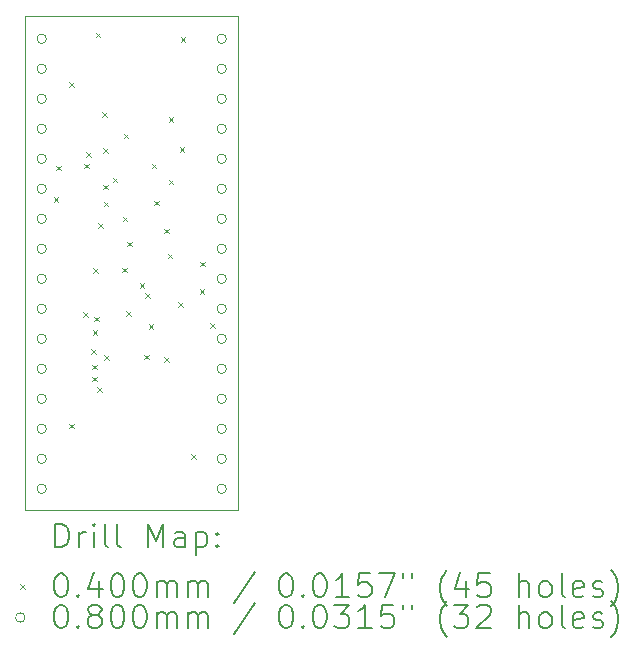
<source format=gbr>
%TF.GenerationSoftware,KiCad,Pcbnew,(6.0.11-0)*%
%TF.CreationDate,2023-06-06T19:27:01+02:00*%
%TF.ProjectId,soj36_to_dip,736f6a33-365f-4746-9f5f-6469702e6b69,rev?*%
%TF.SameCoordinates,Original*%
%TF.FileFunction,Drillmap*%
%TF.FilePolarity,Positive*%
%FSLAX45Y45*%
G04 Gerber Fmt 4.5, Leading zero omitted, Abs format (unit mm)*
G04 Created by KiCad (PCBNEW (6.0.11-0)) date 2023-06-06 19:27:01*
%MOMM*%
%LPD*%
G01*
G04 APERTURE LIST*
%ADD10C,0.050000*%
%ADD11C,0.200000*%
%ADD12C,0.040000*%
%ADD13C,0.080000*%
G04 APERTURE END LIST*
D10*
X14551660Y-10342880D02*
X14551660Y-6154420D01*
X16352520Y-10342880D02*
X14551660Y-10342880D01*
X16352520Y-6154420D02*
X16352520Y-10342880D01*
X14551660Y-6154420D02*
X16352520Y-6154420D01*
D11*
D12*
X14790740Y-7688900D02*
X14830740Y-7728900D01*
X14830740Y-7688900D02*
X14790740Y-7728900D01*
X14811060Y-7422200D02*
X14851060Y-7462200D01*
X14851060Y-7422200D02*
X14811060Y-7462200D01*
X14922820Y-9606600D02*
X14962820Y-9646600D01*
X14962820Y-9606600D02*
X14922820Y-9646600D01*
X14925360Y-6716080D02*
X14965360Y-6756080D01*
X14965360Y-6716080D02*
X14925360Y-6756080D01*
X15039888Y-8662753D02*
X15079888Y-8702753D01*
X15079888Y-8662753D02*
X15039888Y-8702753D01*
X15052097Y-7406062D02*
X15092097Y-7446062D01*
X15092097Y-7406062D02*
X15052097Y-7446062D01*
X15067352Y-7307231D02*
X15107352Y-7347231D01*
X15107352Y-7307231D02*
X15067352Y-7347231D01*
X15110780Y-8979220D02*
X15150780Y-9019220D01*
X15150780Y-8979220D02*
X15110780Y-9019220D01*
X15115198Y-9108752D02*
X15155198Y-9148752D01*
X15155198Y-9108752D02*
X15115198Y-9148752D01*
X15115198Y-9208753D02*
X15155198Y-9248753D01*
X15155198Y-9208753D02*
X15115198Y-9248753D01*
X15120614Y-8813794D02*
X15160614Y-8853794D01*
X15160614Y-8813794D02*
X15120614Y-8853794D01*
X15123480Y-8288340D02*
X15163480Y-8328340D01*
X15163480Y-8288340D02*
X15123480Y-8328340D01*
X15132245Y-8701098D02*
X15172245Y-8741098D01*
X15172245Y-8701098D02*
X15132245Y-8741098D01*
X15146340Y-6296980D02*
X15186340Y-6336980D01*
X15186340Y-6296980D02*
X15146340Y-6336980D01*
X15160199Y-9298881D02*
X15200199Y-9338881D01*
X15200199Y-9298881D02*
X15160199Y-9338881D01*
X15169200Y-7912420D02*
X15209200Y-7952420D01*
X15209200Y-7912420D02*
X15169200Y-7952420D01*
X15204760Y-6967540D02*
X15244760Y-7007540D01*
X15244760Y-6967540D02*
X15204760Y-7007540D01*
X15211392Y-7583881D02*
X15251392Y-7623881D01*
X15251392Y-7583881D02*
X15211392Y-7623881D01*
X15212353Y-7272497D02*
X15252353Y-7312497D01*
X15252353Y-7272497D02*
X15212353Y-7312497D01*
X15214920Y-7727000D02*
X15254920Y-7767000D01*
X15254920Y-7727000D02*
X15214920Y-7767000D01*
X15220000Y-9027480D02*
X15260000Y-9067480D01*
X15260000Y-9027480D02*
X15220000Y-9067480D01*
X15291120Y-7523800D02*
X15331120Y-7563800D01*
X15331120Y-7523800D02*
X15291120Y-7563800D01*
X15368643Y-8287042D02*
X15408643Y-8327042D01*
X15408643Y-8287042D02*
X15368643Y-8327042D01*
X15374940Y-7854000D02*
X15414940Y-7894000D01*
X15414940Y-7854000D02*
X15374940Y-7894000D01*
X15385100Y-7152960D02*
X15425100Y-7192960D01*
X15425100Y-7152960D02*
X15385100Y-7192960D01*
X15407960Y-8654100D02*
X15447960Y-8694100D01*
X15447960Y-8654100D02*
X15407960Y-8694100D01*
X15413644Y-8065484D02*
X15453644Y-8105484D01*
X15453644Y-8065484D02*
X15413644Y-8105484D01*
X15518561Y-8416333D02*
X15558561Y-8456333D01*
X15558561Y-8416333D02*
X15518561Y-8456333D01*
X15555280Y-9022400D02*
X15595280Y-9062400D01*
X15595280Y-9022400D02*
X15555280Y-9062400D01*
X15565862Y-8504440D02*
X15605862Y-8544440D01*
X15605862Y-8504440D02*
X15565862Y-8544440D01*
X15595241Y-8767801D02*
X15635241Y-8807801D01*
X15635241Y-8767801D02*
X15595241Y-8807801D01*
X15621099Y-7406397D02*
X15661099Y-7446397D01*
X15661099Y-7406397D02*
X15621099Y-7446397D01*
X15644180Y-7719380D02*
X15684180Y-7759380D01*
X15684180Y-7719380D02*
X15644180Y-7759380D01*
X15728000Y-7955600D02*
X15768000Y-7995600D01*
X15768000Y-7955600D02*
X15728000Y-7995600D01*
X15728000Y-9045260D02*
X15768000Y-9085260D01*
X15768000Y-9045260D02*
X15728000Y-9085260D01*
X15755940Y-8168960D02*
X15795940Y-8208960D01*
X15795940Y-8168960D02*
X15755940Y-8208960D01*
X15766100Y-7013260D02*
X15806100Y-7053260D01*
X15806100Y-7013260D02*
X15766100Y-7053260D01*
X15766100Y-7541580D02*
X15806100Y-7581580D01*
X15806100Y-7541580D02*
X15766100Y-7581580D01*
X15845867Y-8577900D02*
X15885867Y-8617900D01*
X15885867Y-8577900D02*
X15845867Y-8617900D01*
X15858360Y-7266629D02*
X15898360Y-7306629D01*
X15898360Y-7266629D02*
X15858360Y-7306629D01*
X15867700Y-6335080D02*
X15907700Y-6375080D01*
X15907700Y-6335080D02*
X15867700Y-6375080D01*
X15954060Y-9863140D02*
X15994060Y-9903140D01*
X15994060Y-9863140D02*
X15954060Y-9903140D01*
X16027720Y-8466140D02*
X16067720Y-8506140D01*
X16067720Y-8466140D02*
X16027720Y-8506140D01*
X16032800Y-8235000D02*
X16072800Y-8275000D01*
X16072800Y-8235000D02*
X16032800Y-8275000D01*
X16115278Y-8753758D02*
X16155278Y-8793758D01*
X16155278Y-8753758D02*
X16115278Y-8793758D01*
D13*
X14730860Y-6348940D02*
G75*
G03*
X14730860Y-6348940I-40000J0D01*
G01*
X14730860Y-6602940D02*
G75*
G03*
X14730860Y-6602940I-40000J0D01*
G01*
X14730860Y-6856940D02*
G75*
G03*
X14730860Y-6856940I-40000J0D01*
G01*
X14730860Y-7110940D02*
G75*
G03*
X14730860Y-7110940I-40000J0D01*
G01*
X14730860Y-7364940D02*
G75*
G03*
X14730860Y-7364940I-40000J0D01*
G01*
X14730860Y-7618940D02*
G75*
G03*
X14730860Y-7618940I-40000J0D01*
G01*
X14730860Y-7872940D02*
G75*
G03*
X14730860Y-7872940I-40000J0D01*
G01*
X14730860Y-8126940D02*
G75*
G03*
X14730860Y-8126940I-40000J0D01*
G01*
X14730860Y-8380940D02*
G75*
G03*
X14730860Y-8380940I-40000J0D01*
G01*
X14730860Y-8634940D02*
G75*
G03*
X14730860Y-8634940I-40000J0D01*
G01*
X14730860Y-8888940D02*
G75*
G03*
X14730860Y-8888940I-40000J0D01*
G01*
X14730860Y-9142940D02*
G75*
G03*
X14730860Y-9142940I-40000J0D01*
G01*
X14730860Y-9396940D02*
G75*
G03*
X14730860Y-9396940I-40000J0D01*
G01*
X14730860Y-9650940D02*
G75*
G03*
X14730860Y-9650940I-40000J0D01*
G01*
X14730860Y-9904940D02*
G75*
G03*
X14730860Y-9904940I-40000J0D01*
G01*
X14730860Y-10158940D02*
G75*
G03*
X14730860Y-10158940I-40000J0D01*
G01*
X16254860Y-6348940D02*
G75*
G03*
X16254860Y-6348940I-40000J0D01*
G01*
X16254860Y-6602940D02*
G75*
G03*
X16254860Y-6602940I-40000J0D01*
G01*
X16254860Y-6856940D02*
G75*
G03*
X16254860Y-6856940I-40000J0D01*
G01*
X16254860Y-7110940D02*
G75*
G03*
X16254860Y-7110940I-40000J0D01*
G01*
X16254860Y-7364940D02*
G75*
G03*
X16254860Y-7364940I-40000J0D01*
G01*
X16254860Y-7618940D02*
G75*
G03*
X16254860Y-7618940I-40000J0D01*
G01*
X16254860Y-7872940D02*
G75*
G03*
X16254860Y-7872940I-40000J0D01*
G01*
X16254860Y-8126940D02*
G75*
G03*
X16254860Y-8126940I-40000J0D01*
G01*
X16254860Y-8380940D02*
G75*
G03*
X16254860Y-8380940I-40000J0D01*
G01*
X16254860Y-8634940D02*
G75*
G03*
X16254860Y-8634940I-40000J0D01*
G01*
X16254860Y-8888940D02*
G75*
G03*
X16254860Y-8888940I-40000J0D01*
G01*
X16254860Y-9142940D02*
G75*
G03*
X16254860Y-9142940I-40000J0D01*
G01*
X16254860Y-9396940D02*
G75*
G03*
X16254860Y-9396940I-40000J0D01*
G01*
X16254860Y-9650940D02*
G75*
G03*
X16254860Y-9650940I-40000J0D01*
G01*
X16254860Y-9904940D02*
G75*
G03*
X16254860Y-9904940I-40000J0D01*
G01*
X16254860Y-10158940D02*
G75*
G03*
X16254860Y-10158940I-40000J0D01*
G01*
D11*
X14806779Y-10655856D02*
X14806779Y-10455856D01*
X14854398Y-10455856D01*
X14882969Y-10465380D01*
X14902017Y-10484428D01*
X14911541Y-10503475D01*
X14921065Y-10541570D01*
X14921065Y-10570142D01*
X14911541Y-10608237D01*
X14902017Y-10627285D01*
X14882969Y-10646332D01*
X14854398Y-10655856D01*
X14806779Y-10655856D01*
X15006779Y-10655856D02*
X15006779Y-10522523D01*
X15006779Y-10560618D02*
X15016303Y-10541570D01*
X15025827Y-10532047D01*
X15044874Y-10522523D01*
X15063922Y-10522523D01*
X15130588Y-10655856D02*
X15130588Y-10522523D01*
X15130588Y-10455856D02*
X15121065Y-10465380D01*
X15130588Y-10474904D01*
X15140112Y-10465380D01*
X15130588Y-10455856D01*
X15130588Y-10474904D01*
X15254398Y-10655856D02*
X15235350Y-10646332D01*
X15225827Y-10627285D01*
X15225827Y-10455856D01*
X15359160Y-10655856D02*
X15340112Y-10646332D01*
X15330588Y-10627285D01*
X15330588Y-10455856D01*
X15587731Y-10655856D02*
X15587731Y-10455856D01*
X15654398Y-10598713D01*
X15721065Y-10455856D01*
X15721065Y-10655856D01*
X15902017Y-10655856D02*
X15902017Y-10551094D01*
X15892493Y-10532047D01*
X15873446Y-10522523D01*
X15835350Y-10522523D01*
X15816303Y-10532047D01*
X15902017Y-10646332D02*
X15882969Y-10655856D01*
X15835350Y-10655856D01*
X15816303Y-10646332D01*
X15806779Y-10627285D01*
X15806779Y-10608237D01*
X15816303Y-10589190D01*
X15835350Y-10579666D01*
X15882969Y-10579666D01*
X15902017Y-10570142D01*
X15997255Y-10522523D02*
X15997255Y-10722523D01*
X15997255Y-10532047D02*
X16016303Y-10522523D01*
X16054398Y-10522523D01*
X16073446Y-10532047D01*
X16082969Y-10541570D01*
X16092493Y-10560618D01*
X16092493Y-10617761D01*
X16082969Y-10636809D01*
X16073446Y-10646332D01*
X16054398Y-10655856D01*
X16016303Y-10655856D01*
X15997255Y-10646332D01*
X16178208Y-10636809D02*
X16187731Y-10646332D01*
X16178208Y-10655856D01*
X16168684Y-10646332D01*
X16178208Y-10636809D01*
X16178208Y-10655856D01*
X16178208Y-10532047D02*
X16187731Y-10541570D01*
X16178208Y-10551094D01*
X16168684Y-10541570D01*
X16178208Y-10532047D01*
X16178208Y-10551094D01*
D12*
X14509160Y-10965380D02*
X14549160Y-11005380D01*
X14549160Y-10965380D02*
X14509160Y-11005380D01*
D11*
X14844874Y-10875856D02*
X14863922Y-10875856D01*
X14882969Y-10885380D01*
X14892493Y-10894904D01*
X14902017Y-10913951D01*
X14911541Y-10952047D01*
X14911541Y-10999666D01*
X14902017Y-11037761D01*
X14892493Y-11056809D01*
X14882969Y-11066332D01*
X14863922Y-11075856D01*
X14844874Y-11075856D01*
X14825827Y-11066332D01*
X14816303Y-11056809D01*
X14806779Y-11037761D01*
X14797255Y-10999666D01*
X14797255Y-10952047D01*
X14806779Y-10913951D01*
X14816303Y-10894904D01*
X14825827Y-10885380D01*
X14844874Y-10875856D01*
X14997255Y-11056809D02*
X15006779Y-11066332D01*
X14997255Y-11075856D01*
X14987731Y-11066332D01*
X14997255Y-11056809D01*
X14997255Y-11075856D01*
X15178208Y-10942523D02*
X15178208Y-11075856D01*
X15130588Y-10866332D02*
X15082969Y-11009190D01*
X15206779Y-11009190D01*
X15321065Y-10875856D02*
X15340112Y-10875856D01*
X15359160Y-10885380D01*
X15368684Y-10894904D01*
X15378208Y-10913951D01*
X15387731Y-10952047D01*
X15387731Y-10999666D01*
X15378208Y-11037761D01*
X15368684Y-11056809D01*
X15359160Y-11066332D01*
X15340112Y-11075856D01*
X15321065Y-11075856D01*
X15302017Y-11066332D01*
X15292493Y-11056809D01*
X15282969Y-11037761D01*
X15273446Y-10999666D01*
X15273446Y-10952047D01*
X15282969Y-10913951D01*
X15292493Y-10894904D01*
X15302017Y-10885380D01*
X15321065Y-10875856D01*
X15511541Y-10875856D02*
X15530588Y-10875856D01*
X15549636Y-10885380D01*
X15559160Y-10894904D01*
X15568684Y-10913951D01*
X15578208Y-10952047D01*
X15578208Y-10999666D01*
X15568684Y-11037761D01*
X15559160Y-11056809D01*
X15549636Y-11066332D01*
X15530588Y-11075856D01*
X15511541Y-11075856D01*
X15492493Y-11066332D01*
X15482969Y-11056809D01*
X15473446Y-11037761D01*
X15463922Y-10999666D01*
X15463922Y-10952047D01*
X15473446Y-10913951D01*
X15482969Y-10894904D01*
X15492493Y-10885380D01*
X15511541Y-10875856D01*
X15663922Y-11075856D02*
X15663922Y-10942523D01*
X15663922Y-10961570D02*
X15673446Y-10952047D01*
X15692493Y-10942523D01*
X15721065Y-10942523D01*
X15740112Y-10952047D01*
X15749636Y-10971094D01*
X15749636Y-11075856D01*
X15749636Y-10971094D02*
X15759160Y-10952047D01*
X15778208Y-10942523D01*
X15806779Y-10942523D01*
X15825827Y-10952047D01*
X15835350Y-10971094D01*
X15835350Y-11075856D01*
X15930588Y-11075856D02*
X15930588Y-10942523D01*
X15930588Y-10961570D02*
X15940112Y-10952047D01*
X15959160Y-10942523D01*
X15987731Y-10942523D01*
X16006779Y-10952047D01*
X16016303Y-10971094D01*
X16016303Y-11075856D01*
X16016303Y-10971094D02*
X16025827Y-10952047D01*
X16044874Y-10942523D01*
X16073446Y-10942523D01*
X16092493Y-10952047D01*
X16102017Y-10971094D01*
X16102017Y-11075856D01*
X16492493Y-10866332D02*
X16321065Y-11123475D01*
X16749636Y-10875856D02*
X16768684Y-10875856D01*
X16787731Y-10885380D01*
X16797255Y-10894904D01*
X16806779Y-10913951D01*
X16816303Y-10952047D01*
X16816303Y-10999666D01*
X16806779Y-11037761D01*
X16797255Y-11056809D01*
X16787731Y-11066332D01*
X16768684Y-11075856D01*
X16749636Y-11075856D01*
X16730588Y-11066332D01*
X16721065Y-11056809D01*
X16711541Y-11037761D01*
X16702017Y-10999666D01*
X16702017Y-10952047D01*
X16711541Y-10913951D01*
X16721065Y-10894904D01*
X16730588Y-10885380D01*
X16749636Y-10875856D01*
X16902017Y-11056809D02*
X16911541Y-11066332D01*
X16902017Y-11075856D01*
X16892493Y-11066332D01*
X16902017Y-11056809D01*
X16902017Y-11075856D01*
X17035350Y-10875856D02*
X17054398Y-10875856D01*
X17073446Y-10885380D01*
X17082970Y-10894904D01*
X17092493Y-10913951D01*
X17102017Y-10952047D01*
X17102017Y-10999666D01*
X17092493Y-11037761D01*
X17082970Y-11056809D01*
X17073446Y-11066332D01*
X17054398Y-11075856D01*
X17035350Y-11075856D01*
X17016303Y-11066332D01*
X17006779Y-11056809D01*
X16997255Y-11037761D01*
X16987731Y-10999666D01*
X16987731Y-10952047D01*
X16997255Y-10913951D01*
X17006779Y-10894904D01*
X17016303Y-10885380D01*
X17035350Y-10875856D01*
X17292493Y-11075856D02*
X17178208Y-11075856D01*
X17235350Y-11075856D02*
X17235350Y-10875856D01*
X17216303Y-10904428D01*
X17197255Y-10923475D01*
X17178208Y-10932999D01*
X17473446Y-10875856D02*
X17378208Y-10875856D01*
X17368684Y-10971094D01*
X17378208Y-10961570D01*
X17397255Y-10952047D01*
X17444874Y-10952047D01*
X17463922Y-10961570D01*
X17473446Y-10971094D01*
X17482970Y-10990142D01*
X17482970Y-11037761D01*
X17473446Y-11056809D01*
X17463922Y-11066332D01*
X17444874Y-11075856D01*
X17397255Y-11075856D01*
X17378208Y-11066332D01*
X17368684Y-11056809D01*
X17549636Y-10875856D02*
X17682970Y-10875856D01*
X17597255Y-11075856D01*
X17749636Y-10875856D02*
X17749636Y-10913951D01*
X17825827Y-10875856D02*
X17825827Y-10913951D01*
X18121065Y-11152047D02*
X18111541Y-11142523D01*
X18092493Y-11113951D01*
X18082970Y-11094904D01*
X18073446Y-11066332D01*
X18063922Y-11018713D01*
X18063922Y-10980618D01*
X18073446Y-10932999D01*
X18082970Y-10904428D01*
X18092493Y-10885380D01*
X18111541Y-10856809D01*
X18121065Y-10847285D01*
X18282970Y-10942523D02*
X18282970Y-11075856D01*
X18235350Y-10866332D02*
X18187731Y-11009190D01*
X18311541Y-11009190D01*
X18482970Y-10875856D02*
X18387731Y-10875856D01*
X18378208Y-10971094D01*
X18387731Y-10961570D01*
X18406779Y-10952047D01*
X18454398Y-10952047D01*
X18473446Y-10961570D01*
X18482970Y-10971094D01*
X18492493Y-10990142D01*
X18492493Y-11037761D01*
X18482970Y-11056809D01*
X18473446Y-11066332D01*
X18454398Y-11075856D01*
X18406779Y-11075856D01*
X18387731Y-11066332D01*
X18378208Y-11056809D01*
X18730589Y-11075856D02*
X18730589Y-10875856D01*
X18816303Y-11075856D02*
X18816303Y-10971094D01*
X18806779Y-10952047D01*
X18787731Y-10942523D01*
X18759160Y-10942523D01*
X18740112Y-10952047D01*
X18730589Y-10961570D01*
X18940112Y-11075856D02*
X18921065Y-11066332D01*
X18911541Y-11056809D01*
X18902017Y-11037761D01*
X18902017Y-10980618D01*
X18911541Y-10961570D01*
X18921065Y-10952047D01*
X18940112Y-10942523D01*
X18968684Y-10942523D01*
X18987731Y-10952047D01*
X18997255Y-10961570D01*
X19006779Y-10980618D01*
X19006779Y-11037761D01*
X18997255Y-11056809D01*
X18987731Y-11066332D01*
X18968684Y-11075856D01*
X18940112Y-11075856D01*
X19121065Y-11075856D02*
X19102017Y-11066332D01*
X19092493Y-11047285D01*
X19092493Y-10875856D01*
X19273446Y-11066332D02*
X19254398Y-11075856D01*
X19216303Y-11075856D01*
X19197255Y-11066332D01*
X19187731Y-11047285D01*
X19187731Y-10971094D01*
X19197255Y-10952047D01*
X19216303Y-10942523D01*
X19254398Y-10942523D01*
X19273446Y-10952047D01*
X19282970Y-10971094D01*
X19282970Y-10990142D01*
X19187731Y-11009190D01*
X19359160Y-11066332D02*
X19378208Y-11075856D01*
X19416303Y-11075856D01*
X19435350Y-11066332D01*
X19444874Y-11047285D01*
X19444874Y-11037761D01*
X19435350Y-11018713D01*
X19416303Y-11009190D01*
X19387731Y-11009190D01*
X19368684Y-10999666D01*
X19359160Y-10980618D01*
X19359160Y-10971094D01*
X19368684Y-10952047D01*
X19387731Y-10942523D01*
X19416303Y-10942523D01*
X19435350Y-10952047D01*
X19511541Y-11152047D02*
X19521065Y-11142523D01*
X19540112Y-11113951D01*
X19549636Y-11094904D01*
X19559160Y-11066332D01*
X19568684Y-11018713D01*
X19568684Y-10980618D01*
X19559160Y-10932999D01*
X19549636Y-10904428D01*
X19540112Y-10885380D01*
X19521065Y-10856809D01*
X19511541Y-10847285D01*
D13*
X14549160Y-11249380D02*
G75*
G03*
X14549160Y-11249380I-40000J0D01*
G01*
D11*
X14844874Y-11139856D02*
X14863922Y-11139856D01*
X14882969Y-11149380D01*
X14892493Y-11158904D01*
X14902017Y-11177951D01*
X14911541Y-11216047D01*
X14911541Y-11263666D01*
X14902017Y-11301761D01*
X14892493Y-11320808D01*
X14882969Y-11330332D01*
X14863922Y-11339856D01*
X14844874Y-11339856D01*
X14825827Y-11330332D01*
X14816303Y-11320808D01*
X14806779Y-11301761D01*
X14797255Y-11263666D01*
X14797255Y-11216047D01*
X14806779Y-11177951D01*
X14816303Y-11158904D01*
X14825827Y-11149380D01*
X14844874Y-11139856D01*
X14997255Y-11320808D02*
X15006779Y-11330332D01*
X14997255Y-11339856D01*
X14987731Y-11330332D01*
X14997255Y-11320808D01*
X14997255Y-11339856D01*
X15121065Y-11225570D02*
X15102017Y-11216047D01*
X15092493Y-11206523D01*
X15082969Y-11187475D01*
X15082969Y-11177951D01*
X15092493Y-11158904D01*
X15102017Y-11149380D01*
X15121065Y-11139856D01*
X15159160Y-11139856D01*
X15178208Y-11149380D01*
X15187731Y-11158904D01*
X15197255Y-11177951D01*
X15197255Y-11187475D01*
X15187731Y-11206523D01*
X15178208Y-11216047D01*
X15159160Y-11225570D01*
X15121065Y-11225570D01*
X15102017Y-11235094D01*
X15092493Y-11244618D01*
X15082969Y-11263666D01*
X15082969Y-11301761D01*
X15092493Y-11320808D01*
X15102017Y-11330332D01*
X15121065Y-11339856D01*
X15159160Y-11339856D01*
X15178208Y-11330332D01*
X15187731Y-11320808D01*
X15197255Y-11301761D01*
X15197255Y-11263666D01*
X15187731Y-11244618D01*
X15178208Y-11235094D01*
X15159160Y-11225570D01*
X15321065Y-11139856D02*
X15340112Y-11139856D01*
X15359160Y-11149380D01*
X15368684Y-11158904D01*
X15378208Y-11177951D01*
X15387731Y-11216047D01*
X15387731Y-11263666D01*
X15378208Y-11301761D01*
X15368684Y-11320808D01*
X15359160Y-11330332D01*
X15340112Y-11339856D01*
X15321065Y-11339856D01*
X15302017Y-11330332D01*
X15292493Y-11320808D01*
X15282969Y-11301761D01*
X15273446Y-11263666D01*
X15273446Y-11216047D01*
X15282969Y-11177951D01*
X15292493Y-11158904D01*
X15302017Y-11149380D01*
X15321065Y-11139856D01*
X15511541Y-11139856D02*
X15530588Y-11139856D01*
X15549636Y-11149380D01*
X15559160Y-11158904D01*
X15568684Y-11177951D01*
X15578208Y-11216047D01*
X15578208Y-11263666D01*
X15568684Y-11301761D01*
X15559160Y-11320808D01*
X15549636Y-11330332D01*
X15530588Y-11339856D01*
X15511541Y-11339856D01*
X15492493Y-11330332D01*
X15482969Y-11320808D01*
X15473446Y-11301761D01*
X15463922Y-11263666D01*
X15463922Y-11216047D01*
X15473446Y-11177951D01*
X15482969Y-11158904D01*
X15492493Y-11149380D01*
X15511541Y-11139856D01*
X15663922Y-11339856D02*
X15663922Y-11206523D01*
X15663922Y-11225570D02*
X15673446Y-11216047D01*
X15692493Y-11206523D01*
X15721065Y-11206523D01*
X15740112Y-11216047D01*
X15749636Y-11235094D01*
X15749636Y-11339856D01*
X15749636Y-11235094D02*
X15759160Y-11216047D01*
X15778208Y-11206523D01*
X15806779Y-11206523D01*
X15825827Y-11216047D01*
X15835350Y-11235094D01*
X15835350Y-11339856D01*
X15930588Y-11339856D02*
X15930588Y-11206523D01*
X15930588Y-11225570D02*
X15940112Y-11216047D01*
X15959160Y-11206523D01*
X15987731Y-11206523D01*
X16006779Y-11216047D01*
X16016303Y-11235094D01*
X16016303Y-11339856D01*
X16016303Y-11235094D02*
X16025827Y-11216047D01*
X16044874Y-11206523D01*
X16073446Y-11206523D01*
X16092493Y-11216047D01*
X16102017Y-11235094D01*
X16102017Y-11339856D01*
X16492493Y-11130332D02*
X16321065Y-11387475D01*
X16749636Y-11139856D02*
X16768684Y-11139856D01*
X16787731Y-11149380D01*
X16797255Y-11158904D01*
X16806779Y-11177951D01*
X16816303Y-11216047D01*
X16816303Y-11263666D01*
X16806779Y-11301761D01*
X16797255Y-11320808D01*
X16787731Y-11330332D01*
X16768684Y-11339856D01*
X16749636Y-11339856D01*
X16730588Y-11330332D01*
X16721065Y-11320808D01*
X16711541Y-11301761D01*
X16702017Y-11263666D01*
X16702017Y-11216047D01*
X16711541Y-11177951D01*
X16721065Y-11158904D01*
X16730588Y-11149380D01*
X16749636Y-11139856D01*
X16902017Y-11320808D02*
X16911541Y-11330332D01*
X16902017Y-11339856D01*
X16892493Y-11330332D01*
X16902017Y-11320808D01*
X16902017Y-11339856D01*
X17035350Y-11139856D02*
X17054398Y-11139856D01*
X17073446Y-11149380D01*
X17082970Y-11158904D01*
X17092493Y-11177951D01*
X17102017Y-11216047D01*
X17102017Y-11263666D01*
X17092493Y-11301761D01*
X17082970Y-11320808D01*
X17073446Y-11330332D01*
X17054398Y-11339856D01*
X17035350Y-11339856D01*
X17016303Y-11330332D01*
X17006779Y-11320808D01*
X16997255Y-11301761D01*
X16987731Y-11263666D01*
X16987731Y-11216047D01*
X16997255Y-11177951D01*
X17006779Y-11158904D01*
X17016303Y-11149380D01*
X17035350Y-11139856D01*
X17168684Y-11139856D02*
X17292493Y-11139856D01*
X17225827Y-11216047D01*
X17254398Y-11216047D01*
X17273446Y-11225570D01*
X17282970Y-11235094D01*
X17292493Y-11254142D01*
X17292493Y-11301761D01*
X17282970Y-11320808D01*
X17273446Y-11330332D01*
X17254398Y-11339856D01*
X17197255Y-11339856D01*
X17178208Y-11330332D01*
X17168684Y-11320808D01*
X17482970Y-11339856D02*
X17368684Y-11339856D01*
X17425827Y-11339856D02*
X17425827Y-11139856D01*
X17406779Y-11168428D01*
X17387731Y-11187475D01*
X17368684Y-11196999D01*
X17663922Y-11139856D02*
X17568684Y-11139856D01*
X17559160Y-11235094D01*
X17568684Y-11225570D01*
X17587731Y-11216047D01*
X17635350Y-11216047D01*
X17654398Y-11225570D01*
X17663922Y-11235094D01*
X17673446Y-11254142D01*
X17673446Y-11301761D01*
X17663922Y-11320808D01*
X17654398Y-11330332D01*
X17635350Y-11339856D01*
X17587731Y-11339856D01*
X17568684Y-11330332D01*
X17559160Y-11320808D01*
X17749636Y-11139856D02*
X17749636Y-11177951D01*
X17825827Y-11139856D02*
X17825827Y-11177951D01*
X18121065Y-11416047D02*
X18111541Y-11406523D01*
X18092493Y-11377951D01*
X18082970Y-11358904D01*
X18073446Y-11330332D01*
X18063922Y-11282713D01*
X18063922Y-11244618D01*
X18073446Y-11196999D01*
X18082970Y-11168428D01*
X18092493Y-11149380D01*
X18111541Y-11120809D01*
X18121065Y-11111285D01*
X18178208Y-11139856D02*
X18302017Y-11139856D01*
X18235350Y-11216047D01*
X18263922Y-11216047D01*
X18282970Y-11225570D01*
X18292493Y-11235094D01*
X18302017Y-11254142D01*
X18302017Y-11301761D01*
X18292493Y-11320808D01*
X18282970Y-11330332D01*
X18263922Y-11339856D01*
X18206779Y-11339856D01*
X18187731Y-11330332D01*
X18178208Y-11320808D01*
X18378208Y-11158904D02*
X18387731Y-11149380D01*
X18406779Y-11139856D01*
X18454398Y-11139856D01*
X18473446Y-11149380D01*
X18482970Y-11158904D01*
X18492493Y-11177951D01*
X18492493Y-11196999D01*
X18482970Y-11225570D01*
X18368684Y-11339856D01*
X18492493Y-11339856D01*
X18730589Y-11339856D02*
X18730589Y-11139856D01*
X18816303Y-11339856D02*
X18816303Y-11235094D01*
X18806779Y-11216047D01*
X18787731Y-11206523D01*
X18759160Y-11206523D01*
X18740112Y-11216047D01*
X18730589Y-11225570D01*
X18940112Y-11339856D02*
X18921065Y-11330332D01*
X18911541Y-11320808D01*
X18902017Y-11301761D01*
X18902017Y-11244618D01*
X18911541Y-11225570D01*
X18921065Y-11216047D01*
X18940112Y-11206523D01*
X18968684Y-11206523D01*
X18987731Y-11216047D01*
X18997255Y-11225570D01*
X19006779Y-11244618D01*
X19006779Y-11301761D01*
X18997255Y-11320808D01*
X18987731Y-11330332D01*
X18968684Y-11339856D01*
X18940112Y-11339856D01*
X19121065Y-11339856D02*
X19102017Y-11330332D01*
X19092493Y-11311285D01*
X19092493Y-11139856D01*
X19273446Y-11330332D02*
X19254398Y-11339856D01*
X19216303Y-11339856D01*
X19197255Y-11330332D01*
X19187731Y-11311285D01*
X19187731Y-11235094D01*
X19197255Y-11216047D01*
X19216303Y-11206523D01*
X19254398Y-11206523D01*
X19273446Y-11216047D01*
X19282970Y-11235094D01*
X19282970Y-11254142D01*
X19187731Y-11273189D01*
X19359160Y-11330332D02*
X19378208Y-11339856D01*
X19416303Y-11339856D01*
X19435350Y-11330332D01*
X19444874Y-11311285D01*
X19444874Y-11301761D01*
X19435350Y-11282713D01*
X19416303Y-11273189D01*
X19387731Y-11273189D01*
X19368684Y-11263666D01*
X19359160Y-11244618D01*
X19359160Y-11235094D01*
X19368684Y-11216047D01*
X19387731Y-11206523D01*
X19416303Y-11206523D01*
X19435350Y-11216047D01*
X19511541Y-11416047D02*
X19521065Y-11406523D01*
X19540112Y-11377951D01*
X19549636Y-11358904D01*
X19559160Y-11330332D01*
X19568684Y-11282713D01*
X19568684Y-11244618D01*
X19559160Y-11196999D01*
X19549636Y-11168428D01*
X19540112Y-11149380D01*
X19521065Y-11120809D01*
X19511541Y-11111285D01*
M02*

</source>
